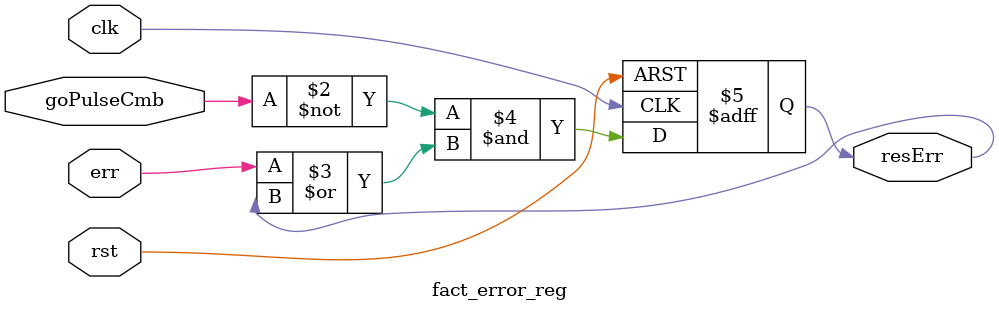
<source format=v>
`timescale 1ns / 1ps


module fact_error_reg(input clk, rst, goPulseCmb, err, output reg resErr );
always @(posedge clk, posedge rst)
begin
    if(rst)
        resErr <= 1'b0;
    else
        resErr <= (~goPulseCmb) & (err | resErr);
end
endmodule

</source>
